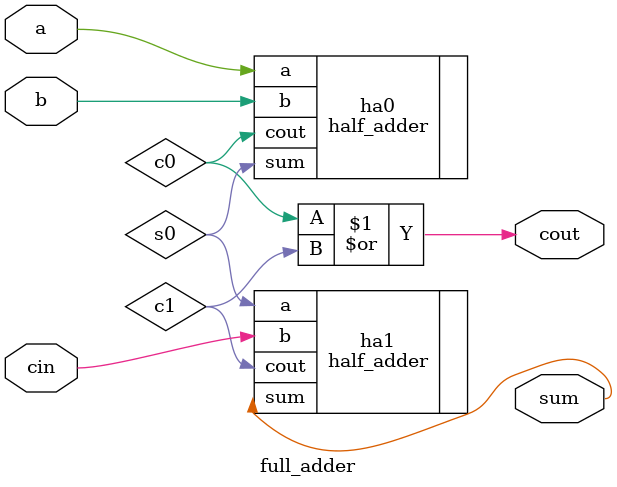
<source format=v>
module full_adder(
    input a,
    input b,
    input cin,
    output cout,
    output sum
);

wire c0, c1;
wire s0;

half_adder ha0(
    .a(a),
    .b(b),
    .sum(s0),
    .cout(c0)
);

half_adder ha1(
    .a(s0),
    .b(cin),
    .sum(sum),
    .cout(c1)
);

assign cout = c0 | c1;

endmodule
</source>
